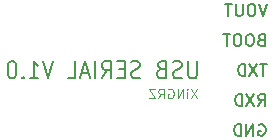
<source format=gbr>
%TF.GenerationSoftware,KiCad,Pcbnew,(5.1.12-1-10_14)*%
%TF.CreationDate,2022-05-25T15:41:46+08:00*%
%TF.ProjectId,USB2TTL,55534232-5454-44c2-9e6b-696361645f70,V1.0*%
%TF.SameCoordinates,Original*%
%TF.FileFunction,Legend,Bot*%
%TF.FilePolarity,Positive*%
%FSLAX46Y46*%
G04 Gerber Fmt 4.6, Leading zero omitted, Abs format (unit mm)*
G04 Created by KiCad (PCBNEW (5.1.12-1-10_14)) date 2022-05-25 15:41:46*
%MOMM*%
%LPD*%
G01*
G04 APERTURE LIST*
%ADD10C,0.120000*%
%ADD11C,0.180000*%
%ADD12C,0.150000*%
G04 APERTURE END LIST*
D10*
X20607714Y8438096D02*
X20074380Y7638096D01*
X20074380Y8438096D02*
X20607714Y7638096D01*
X19769619Y7638096D02*
X19769619Y8171429D01*
X19769619Y8438096D02*
X19807714Y8400000D01*
X19769619Y8361905D01*
X19731523Y8400000D01*
X19769619Y8438096D01*
X19769619Y8361905D01*
X19388666Y7638096D02*
X19388666Y8438096D01*
X18931523Y7638096D01*
X18931523Y8438096D01*
X18131523Y8400000D02*
X18207714Y8438096D01*
X18322000Y8438096D01*
X18436285Y8400000D01*
X18512476Y8323810D01*
X18550571Y8247620D01*
X18588666Y8095239D01*
X18588666Y7980953D01*
X18550571Y7828572D01*
X18512476Y7752381D01*
X18436285Y7676191D01*
X18322000Y7638096D01*
X18245809Y7638096D01*
X18131523Y7676191D01*
X18093428Y7714286D01*
X18093428Y7980953D01*
X18245809Y7980953D01*
X17293428Y7638096D02*
X17560095Y8019048D01*
X17750571Y7638096D02*
X17750571Y8438096D01*
X17445809Y8438096D01*
X17369619Y8400000D01*
X17331523Y8361905D01*
X17293428Y8285715D01*
X17293428Y8171429D01*
X17331523Y8095239D01*
X17369619Y8057143D01*
X17445809Y8019048D01*
X17750571Y8019048D01*
X17026761Y8438096D02*
X16493428Y8438096D01*
X17026761Y7638096D01*
X16493428Y7638096D01*
D11*
X20573476Y10821429D02*
X20573476Y9607143D01*
X20511571Y9464286D01*
X20449666Y9392858D01*
X20325857Y9321429D01*
X20078238Y9321429D01*
X19954428Y9392858D01*
X19892523Y9464286D01*
X19830619Y9607143D01*
X19830619Y10821429D01*
X19273476Y9392858D02*
X19087761Y9321429D01*
X18778238Y9321429D01*
X18654428Y9392858D01*
X18592523Y9464286D01*
X18530619Y9607143D01*
X18530619Y9750000D01*
X18592523Y9892858D01*
X18654428Y9964286D01*
X18778238Y10035715D01*
X19025857Y10107143D01*
X19149666Y10178572D01*
X19211571Y10250000D01*
X19273476Y10392858D01*
X19273476Y10535715D01*
X19211571Y10678572D01*
X19149666Y10750000D01*
X19025857Y10821429D01*
X18716333Y10821429D01*
X18530619Y10750000D01*
X17540142Y10107143D02*
X17354428Y10035715D01*
X17292523Y9964286D01*
X17230619Y9821429D01*
X17230619Y9607143D01*
X17292523Y9464286D01*
X17354428Y9392858D01*
X17478238Y9321429D01*
X17973476Y9321429D01*
X17973476Y10821429D01*
X17540142Y10821429D01*
X17416333Y10750000D01*
X17354428Y10678572D01*
X17292523Y10535715D01*
X17292523Y10392858D01*
X17354428Y10250000D01*
X17416333Y10178572D01*
X17540142Y10107143D01*
X17973476Y10107143D01*
X15744904Y9392858D02*
X15559190Y9321429D01*
X15249666Y9321429D01*
X15125857Y9392858D01*
X15063952Y9464286D01*
X15002047Y9607143D01*
X15002047Y9750000D01*
X15063952Y9892858D01*
X15125857Y9964286D01*
X15249666Y10035715D01*
X15497285Y10107143D01*
X15621095Y10178572D01*
X15683000Y10250000D01*
X15744904Y10392858D01*
X15744904Y10535715D01*
X15683000Y10678572D01*
X15621095Y10750000D01*
X15497285Y10821429D01*
X15187761Y10821429D01*
X15002047Y10750000D01*
X14444904Y10107143D02*
X14011571Y10107143D01*
X13825857Y9321429D02*
X14444904Y9321429D01*
X14444904Y10821429D01*
X13825857Y10821429D01*
X12525857Y9321429D02*
X12959190Y10035715D01*
X13268714Y9321429D02*
X13268714Y10821429D01*
X12773476Y10821429D01*
X12649666Y10750000D01*
X12587761Y10678572D01*
X12525857Y10535715D01*
X12525857Y10321429D01*
X12587761Y10178572D01*
X12649666Y10107143D01*
X12773476Y10035715D01*
X13268714Y10035715D01*
X11968714Y9321429D02*
X11968714Y10821429D01*
X11411571Y9750000D02*
X10792523Y9750000D01*
X11535380Y9321429D02*
X11102047Y10821429D01*
X10668714Y9321429D01*
X9616333Y9321429D02*
X10235380Y9321429D01*
X10235380Y10821429D01*
X8378238Y10821429D02*
X7944904Y9321429D01*
X7511571Y10821429D01*
X6397285Y9321429D02*
X7140142Y9321429D01*
X6768714Y9321429D02*
X6768714Y10821429D01*
X6892523Y10607143D01*
X7016333Y10464286D01*
X7140142Y10392858D01*
X5840142Y9464286D02*
X5778238Y9392858D01*
X5840142Y9321429D01*
X5902047Y9392858D01*
X5840142Y9464286D01*
X5840142Y9321429D01*
X4973476Y10821429D02*
X4849666Y10821429D01*
X4725857Y10750000D01*
X4663952Y10678572D01*
X4602047Y10535715D01*
X4540142Y10250000D01*
X4540142Y9892858D01*
X4602047Y9607143D01*
X4663952Y9464286D01*
X4725857Y9392858D01*
X4849666Y9321429D01*
X4973476Y9321429D01*
X5097285Y9392858D01*
X5159190Y9464286D01*
X5221095Y9607143D01*
X5283000Y9892858D01*
X5283000Y10250000D01*
X5221095Y10535715D01*
X5159190Y10678572D01*
X5097285Y10750000D01*
X4973476Y10821429D01*
D12*
X25810595Y5420000D02*
X25905833Y5467620D01*
X26048690Y5467620D01*
X26191547Y5420000D01*
X26286785Y5324762D01*
X26334404Y5229524D01*
X26382023Y5039048D01*
X26382023Y4896191D01*
X26334404Y4705715D01*
X26286785Y4610477D01*
X26191547Y4515239D01*
X26048690Y4467620D01*
X25953452Y4467620D01*
X25810595Y4515239D01*
X25762976Y4562858D01*
X25762976Y4896191D01*
X25953452Y4896191D01*
X25334404Y4467620D02*
X25334404Y5467620D01*
X24762976Y4467620D01*
X24762976Y5467620D01*
X24286785Y4467620D02*
X24286785Y5467620D01*
X24048690Y5467620D01*
X23905833Y5420000D01*
X23810595Y5324762D01*
X23762976Y5229524D01*
X23715357Y5039048D01*
X23715357Y4896191D01*
X23762976Y4705715D01*
X23810595Y4610477D01*
X23905833Y4515239D01*
X24048690Y4467620D01*
X24286785Y4467620D01*
X25762976Y7007620D02*
X26096309Y7483810D01*
X26334404Y7007620D02*
X26334404Y8007620D01*
X25953452Y8007620D01*
X25858214Y7960000D01*
X25810595Y7912381D01*
X25762976Y7817143D01*
X25762976Y7674286D01*
X25810595Y7579048D01*
X25858214Y7531429D01*
X25953452Y7483810D01*
X26334404Y7483810D01*
X25429642Y8007620D02*
X24762976Y7007620D01*
X24762976Y8007620D02*
X25429642Y7007620D01*
X24382023Y7007620D02*
X24382023Y8007620D01*
X24143928Y8007620D01*
X24001071Y7960000D01*
X23905833Y7864762D01*
X23858214Y7769524D01*
X23810595Y7579048D01*
X23810595Y7436191D01*
X23858214Y7245715D01*
X23905833Y7150477D01*
X24001071Y7055239D01*
X24143928Y7007620D01*
X24382023Y7007620D01*
X26477261Y10547620D02*
X25905833Y10547620D01*
X26191547Y9547620D02*
X26191547Y10547620D01*
X25667738Y10547620D02*
X25001071Y9547620D01*
X25001071Y10547620D02*
X25667738Y9547620D01*
X24620119Y9547620D02*
X24620119Y10547620D01*
X24382023Y10547620D01*
X24239166Y10500000D01*
X24143928Y10404762D01*
X24096309Y10309524D01*
X24048690Y10119048D01*
X24048690Y9976191D01*
X24096309Y9785715D01*
X24143928Y9690477D01*
X24239166Y9595239D01*
X24382023Y9547620D01*
X24620119Y9547620D01*
X26001071Y12611429D02*
X25858214Y12563810D01*
X25810595Y12516191D01*
X25762976Y12420953D01*
X25762976Y12278096D01*
X25810595Y12182858D01*
X25858214Y12135239D01*
X25953452Y12087620D01*
X26334404Y12087620D01*
X26334404Y13087620D01*
X26001071Y13087620D01*
X25905833Y13040000D01*
X25858214Y12992381D01*
X25810595Y12897143D01*
X25810595Y12801905D01*
X25858214Y12706667D01*
X25905833Y12659048D01*
X26001071Y12611429D01*
X26334404Y12611429D01*
X25143928Y13087620D02*
X24953452Y13087620D01*
X24858214Y13040000D01*
X24762976Y12944762D01*
X24715357Y12754286D01*
X24715357Y12420953D01*
X24762976Y12230477D01*
X24858214Y12135239D01*
X24953452Y12087620D01*
X25143928Y12087620D01*
X25239166Y12135239D01*
X25334404Y12230477D01*
X25382023Y12420953D01*
X25382023Y12754286D01*
X25334404Y12944762D01*
X25239166Y13040000D01*
X25143928Y13087620D01*
X24096309Y13087620D02*
X23905833Y13087620D01*
X23810595Y13040000D01*
X23715357Y12944762D01*
X23667738Y12754286D01*
X23667738Y12420953D01*
X23715357Y12230477D01*
X23810595Y12135239D01*
X23905833Y12087620D01*
X24096309Y12087620D01*
X24191547Y12135239D01*
X24286785Y12230477D01*
X24334404Y12420953D01*
X24334404Y12754286D01*
X24286785Y12944762D01*
X24191547Y13040000D01*
X24096309Y13087620D01*
X23382023Y13087620D02*
X22810595Y13087620D01*
X23096309Y12087620D02*
X23096309Y13087620D01*
X26477261Y15627620D02*
X26143928Y14627620D01*
X25810595Y15627620D01*
X25286785Y15627620D02*
X25096309Y15627620D01*
X25001071Y15580000D01*
X24905833Y15484762D01*
X24858214Y15294286D01*
X24858214Y14960953D01*
X24905833Y14770477D01*
X25001071Y14675239D01*
X25096309Y14627620D01*
X25286785Y14627620D01*
X25382023Y14675239D01*
X25477261Y14770477D01*
X25524880Y14960953D01*
X25524880Y15294286D01*
X25477261Y15484762D01*
X25382023Y15580000D01*
X25286785Y15627620D01*
X24429642Y15627620D02*
X24429642Y14818096D01*
X24382023Y14722858D01*
X24334404Y14675239D01*
X24239166Y14627620D01*
X24048690Y14627620D01*
X23953452Y14675239D01*
X23905833Y14722858D01*
X23858214Y14818096D01*
X23858214Y15627620D01*
X23524880Y15627620D02*
X22953452Y15627620D01*
X23239166Y14627620D02*
X23239166Y15627620D01*
M02*

</source>
